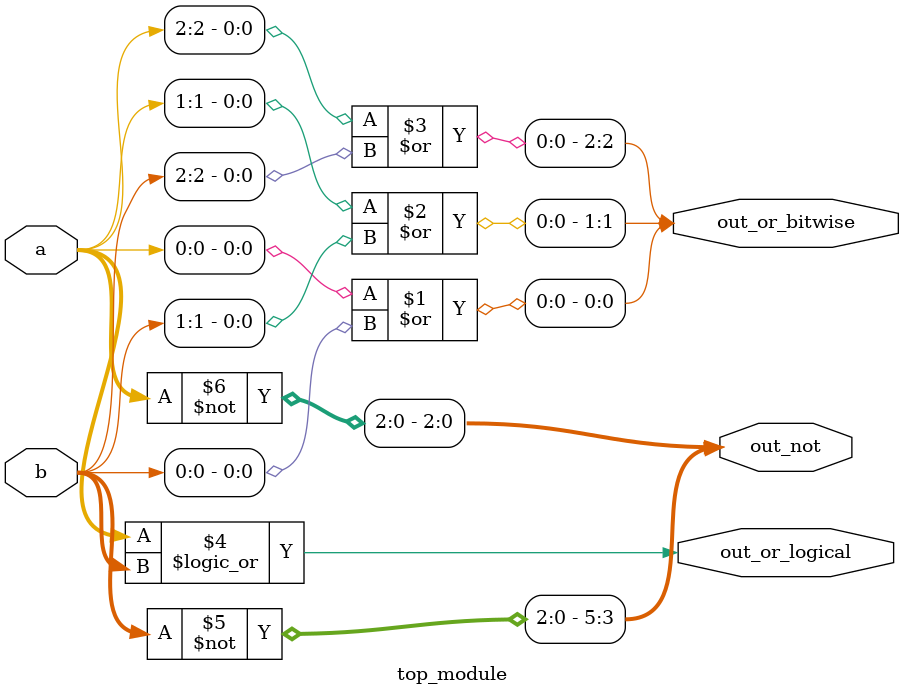
<source format=v>
module top_module( 
    input [2:0] a,
    input [2:0] b,
    output [2:0] out_or_bitwise,
    output out_or_logical,
    output [5:0] out_not
);
    assign out_or_bitwise[0] = a[0] | b[0]; 
    assign out_or_bitwise[1] = a[1] | b[1];
    assign out_or_bitwise[2] = a[2] | b[2];
    
    assign out_or_logical = a || b;
    
    assign out_not[5:3] = ~b;
    assign out_not[2:0] = ~a;
endmodule

</source>
